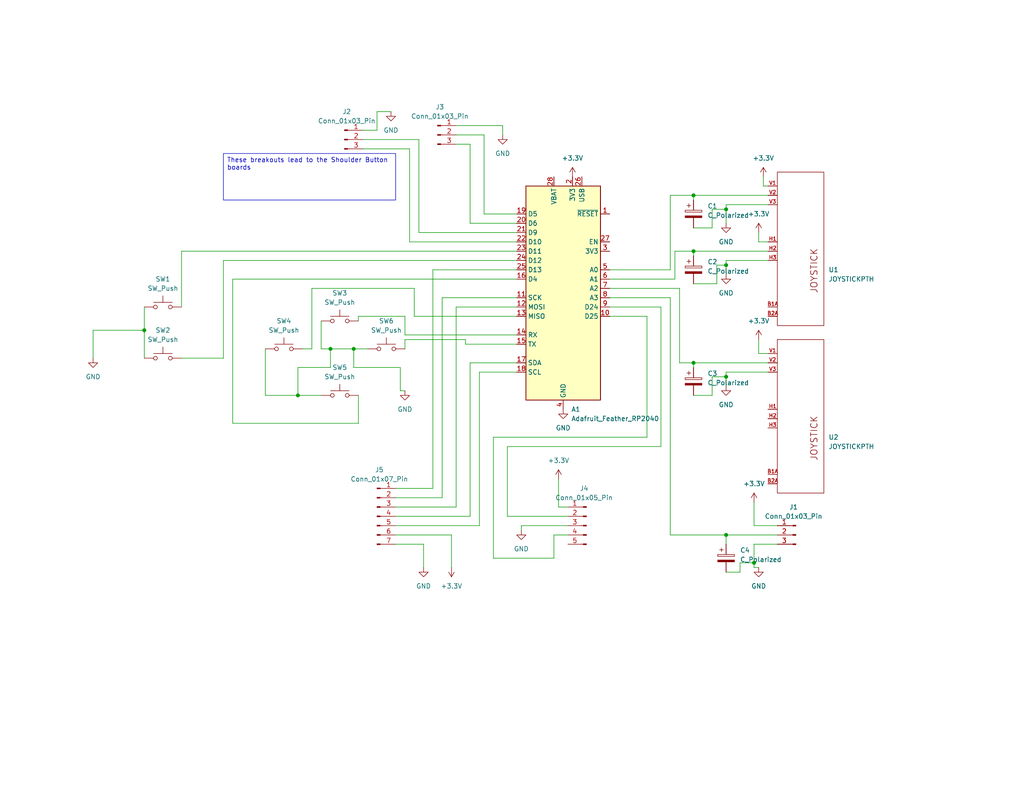
<source format=kicad_sch>
(kicad_sch (version 20230121) (generator eeschema)
  (paper "USLetter")
  (title_block (title "ROV controller") (date "2024-01-08") (rev "2") (company "KSM creations") (comment 1 "V2 of controller with better symbol libarys and onboard joystick"))
  (lib_symbols
    (symbol "Connector:Conn_01x03_Pin" (pin_names (offset 1.016) hide)
      (property "Reference" "J" (at 0 5.08 0))
      (property "Value" "Conn_01x03_Pin" (at 0 -5.08 0))
      (symbol "Conn_01x03_Pin_1_1"
        (polyline (pts (xy 1.27 -2.54) (xy 0.8636 -2.54)) (stroke (width 0.1524)))
        (polyline (pts (xy 1.27 0) (xy 0.8636 0)) (stroke (width 0.1524)))
        (polyline (pts (xy 1.27 2.54) (xy 0.8636 2.54)) (stroke (width 0.1524)))
        (rectangle (start 0.8636 -2.413) (end 0 -2.667) (stroke (width 0.1524)) (fill (type outline)))
        (rectangle (start 0.8636 0.127) (end 0 -0.127) (stroke (width 0.1524)) (fill (type outline)))
        (rectangle (start 0.8636 2.667) (end 0 2.413) (stroke (width 0.1524)) (fill (type outline)))
        (pin passive line (at 5.08 2.54 180) (length 3.81) (name "Pin_1") (number "1"))
        (pin passive line (at 5.08 0 180) (length 3.81) (name "Pin_2") (number "2"))
        (pin passive line (at 5.08 -2.54 180) (length 3.81) (name "Pin_3") (number "3"))
      )
    )
    (symbol "Connector:Conn_01x05_Pin" (pin_names (offset 1.016) hide)
      (property "Reference" "J" (at 0 7.62 0))
      (property "Value" "Conn_01x05_Pin" (at 0 -7.62 0))
      (symbol "Conn_01x05_Pin_1_1"
        (polyline (pts (xy 1.27 -5.08) (xy 0.8636 -5.08)) (stroke (width 0.1524)))
        (polyline (pts (xy 1.27 -2.54) (xy 0.8636 -2.54)) (stroke (width 0.1524)))
        (polyline (pts (xy 1.27 0) (xy 0.8636 0)) (stroke (width 0.1524)))
        (polyline (pts (xy 1.27 2.54) (xy 0.8636 2.54)) (stroke (width 0.1524)))
        (polyline (pts (xy 1.27 5.08) (xy 0.8636 5.08)) (stroke (width 0.1524)))
        (rectangle (start 0.8636 -4.953) (end 0 -5.207) (stroke (width 0.1524)) (fill (type outline)))
        (rectangle (start 0.8636 -2.413) (end 0 -2.667) (stroke (width 0.1524)) (fill (type outline)))
        (rectangle (start 0.8636 0.127) (end 0 -0.127) (stroke (width 0.1524)) (fill (type outline)))
        (rectangle (start 0.8636 2.667) (end 0 2.413) (stroke (width 0.1524)) (fill (type outline)))
        (rectangle (start 0.8636 5.207) (end 0 4.953) (stroke (width 0.1524)) (fill (type outline)))
        (pin passive line (at 5.08 5.08 180) (length 3.81) (name "Pin_1") (number "1"))
        (pin passive line (at 5.08 2.54 180) (length 3.81) (name "Pin_2") (number "2"))
        (pin passive line (at 5.08 0 180) (length 3.81) (name "Pin_3") (number "3"))
        (pin passive line (at 5.08 -2.54 180) (length 3.81) (name "Pin_4") (number "4"))
        (pin passive line (at 5.08 -5.08 180) (length 3.81) (name "Pin_5") (number "5"))
      )
    )
    (symbol "Connector:Conn_01x07_Pin" (pin_names (offset 1.016) hide)
      (property "Reference" "J" (at 0 10.16 0))
      (property "Value" "Conn_01x07_Pin" (at 0 -10.16 0))
      (symbol "Conn_01x07_Pin_1_1"
        (polyline (pts (xy 1.27 -7.62) (xy 0.8636 -7.62)) (stroke (width 0.1524)))
        (polyline (pts (xy 1.27 -5.08) (xy 0.8636 -5.08)) (stroke (width 0.1524)))
        (polyline (pts (xy 1.27 -2.54) (xy 0.8636 -2.54)) (stroke (width 0.1524)))
        (polyline (pts (xy 1.27 0) (xy 0.8636 0)) (stroke (width 0.1524)))
        (polyline (pts (xy 1.27 2.54) (xy 0.8636 2.54)) (stroke (width 0.1524)))
        (polyline (pts (xy 1.27 5.08) (xy 0.8636 5.08)) (stroke (width 0.1524)))
        (polyline (pts (xy 1.27 7.62) (xy 0.8636 7.62)) (stroke (width 0.1524)))
        (rectangle (start 0.8636 -7.493) (end 0 -7.747) (stroke (width 0.1524)) (fill (type outline)))
        (rectangle (start 0.8636 -4.953) (end 0 -5.207) (stroke (width 0.1524)) (fill (type outline)))
        (rectangle (start 0.8636 -2.413) (end 0 -2.667) (stroke (width 0.1524)) (fill (type outline)))
        (rectangle (start 0.8636 0.127) (end 0 -0.127) (stroke (width 0.1524)) (fill (type outline)))
        (rectangle (start 0.8636 2.667) (end 0 2.413) (stroke (width 0.1524)) (fill (type outline)))
        (rectangle (start 0.8636 5.207) (end 0 4.953) (stroke (width 0.1524)) (fill (type outline)))
        (rectangle (start 0.8636 7.747) (end 0 7.493) (stroke (width 0.1524)) (fill (type outline)))
        (pin passive line (at 5.08 7.62 180) (length 3.81) (name "Pin_1") (number "1"))
        (pin passive line (at 5.08 5.08 180) (length 3.81) (name "Pin_2") (number "2"))
        (pin passive line (at 5.08 2.54 180) (length 3.81) (name "Pin_3") (number "3"))
        (pin passive line (at 5.08 0 180) (length 3.81) (name "Pin_4") (number "4"))
        (pin passive line (at 5.08 -2.54 180) (length 3.81) (name "Pin_5") (number "5"))
        (pin passive line (at 5.08 -5.08 180) (length 3.81) (name "Pin_6") (number "6"))
        (pin passive line (at 5.08 -7.62 180) (length 3.81) (name "Pin_7") (number "7"))
      )
    )
    (symbol "Device:C_Polarized" (pin_numbers hide) (pin_names (offset 0.254))
      (property "Reference" "C" (at 0.635 2.54 0))
      (property "Value" "C_Polarized" (at 0.635 -2.54 0))
      (symbol "C_Polarized_0_1"
        (rectangle (start -2.286 0.508) (end 2.286 1.016))
        (polyline (pts (xy -1.778 2.286) (xy -0.762 2.286)))
        (polyline (pts (xy -1.27 2.794) (xy -1.27 1.778)))
        (rectangle (start 2.286 -0.508) (end -2.286 -1.016) (fill (type outline)))
      )
      (symbol "C_Polarized_1_1"
        (pin passive line (at 0 3.81 270) (length 2.794) (name "~") (number "1"))
        (pin passive line (at 0 -3.81 90) (length 2.794) (name "~") (number "2"))
      )
    )
    (symbol "JOYSTICKPTH_1" (pin_names (offset 1.016) hide)
      (property "Reference" "U1" (at 6.35 0 0))
      (property "Value" "JOYSTICKPTH" (at 6.35 -2.54 0))
      (symbol "JOYSTICKPTH_1_1_0"
        (polyline (pts (xy -7.62 -15.24) (xy -7.62 26.67)))
        (polyline (pts (xy -7.62 26.67) (xy 5.08 26.67)))
        (polyline (pts (xy 5.08 -15.24) (xy -7.62 -15.24)))
        (polyline (pts (xy 5.08 26.67) (xy 5.08 -15.24)))
        (text "JOYSTICK" (at 2.413 -0.254 900) (effects (font (size 1.778 1.778))))
      )
      (symbol "JOYSTICKPTH_1_1_1"
        (pin bidirectional line (at -10.16 -10.16 0) (length 2.54) (name "SEL+") (number "B1A"))
        (pin bidirectional line (at -10.16 -12.7 0) (length 2.54) (name "SEL-") (number "B2A"))
        (pin bidirectional line (at -10.16 7.62 0) (length 2.54) (name "H+") (number "H1"))
        (pin bidirectional line (at -10.16 5.08 0) (length 2.54) (name "H") (number "H2"))
        (pin bidirectional line (at -10.16 2.54 0) (length 2.54) (name "H-") (number "H3"))
        (pin bidirectional line (at -10.16 22.86 0) (length 2.54) (name "V+") (number "V1"))
        (pin bidirectional line (at -10.16 20.32 0) (length 2.54) (name "V") (number "V2"))
        (pin bidirectional line (at -10.16 17.78 0) (length 2.54) (name "V-") (number "V3"))
      )
    )
    (symbol "MCU_Module:Adafruit_Feather_Generic"
      (property "Reference" "A1" (at 2.1941 -33.02 0))
      (property "Value" "Adafruit_Feather_RP2040" (at 2.1941 -35.56 0))
      (symbol "Adafruit_Feather_Generic_0_1"
        (rectangle (start -10.16 27.94) (end 10.16 -30.48) (stroke (width 0.254)) (fill (type background)))
      )
      (symbol "Adafruit_Feather_Generic_1_1"
        (pin input line (at 12.7 20.32 180) (length 2.54) (name "~{RESET}") (number "1"))
        (pin bidirectional line (at 12.7 -7.62 180) (length 2.54) (name "D25") (number "10"))
        (pin bidirectional line (at -12.7 -2.54 0) (length 2.54) (name "SCK") (number "11"))
        (pin bidirectional line (at -12.7 -5.08 0) (length 2.54) (name "MOSI") (number "12"))
        (pin bidirectional line (at -12.7 -7.62 0) (length 2.54) (name "MISO") (number "13"))
        (pin bidirectional line (at -12.7 -12.7 0) (length 2.54) (name "RX") (number "14"))
        (pin bidirectional line (at -12.7 -15.24 0) (length 2.54) (name "TX") (number "15"))
        (pin bidirectional line (at -12.7 2.54 0) (length 2.54) (name "D4") (number "16"))
        (pin bidirectional line (at -12.7 -20.32 0) (length 2.54) (name "SDA") (number "17"))
        (pin bidirectional line (at -12.7 -22.86 0) (length 2.54) (name "SCL") (number "18"))
        (pin bidirectional line (at -12.7 20.32 0) (length 2.54) (name "D5") (number "19"))
        (pin power_in line (at 2.54 30.48 270) (length 2.54) (name "3V3") (number "2"))
        (pin bidirectional line (at -12.7 17.78 0) (length 2.54) (name "D6") (number "20"))
        (pin bidirectional line (at -12.7 15.24 0) (length 2.54) (name "D9") (number "21"))
        (pin bidirectional line (at -12.7 12.7 0) (length 2.54) (name "D10") (number "22"))
        (pin bidirectional line (at -12.7 10.16 0) (length 2.54) (name "D11") (number "23"))
        (pin bidirectional line (at -12.7 7.62 0) (length 2.54) (name "D12") (number "24"))
        (pin bidirectional line (at -12.7 5.08 0) (length 2.54) (name "D13") (number "25"))
        (pin power_in line (at 5.08 30.48 270) (length 2.54) (name "USB") (number "26"))
        (pin input line (at 12.7 12.7 180) (length 2.54) (name "EN") (number "27"))
        (pin power_in line (at -2.54 30.48 270) (length 2.54) (name "VBAT") (number "28"))
        (pin power_in line (at 12.7 10.16 180) (length 2.54) (name "3V3") (number "3"))
        (pin power_in line (at 0 -33.02 90) (length 2.54) (name "GND") (number "4"))
        (pin bidirectional line (at 12.7 5.08 180) (length 2.54) (name "A0") (number "5"))
        (pin bidirectional line (at 12.7 2.54 180) (length 2.54) (name "A1") (number "6"))
        (pin bidirectional line (at 12.7 0 180) (length 2.54) (name "A2") (number "7"))
        (pin bidirectional line (at 12.7 -2.54 180) (length 2.54) (name "A3") (number "8"))
        (pin bidirectional line (at 12.7 -5.08 180) (length 2.54) (name "D24") (number "9"))
      )
    )
    (symbol "Switch:SW_Push" (pin_numbers hide) (pin_names (offset 1.016) hide)
      (property "Reference" "SW" (at 1.27 2.54 0))
      (property "Value" "SW_Push" (at 0 -1.524 0))
      (symbol "SW_Push_0_1"
        (circle (center -2.032 0) (radius 0.508))
        (polyline (pts (xy 0 1.27) (xy 0 3.048)))
        (polyline (pts (xy 2.54 1.27) (xy -2.54 1.27)))
        (circle (center 2.032 0) (radius 0.508))
        (pin passive line (at -5.08 0 0) (length 2.54) (name "1") (number "1"))
        (pin passive line (at 5.08 0 180) (length 2.54) (name "2") (number "2"))
      )
    )
    (symbol "power:+3.3V" (power) (pin_names (offset 0))
      (property "Value" "+3.3V" (at 0 3.556 0))
      (symbol "+3.3V_0_1"
        (polyline (pts (xy -0.762 1.27) (xy 0 2.54)))
        (polyline (pts (xy 0 0) (xy 0 2.54)))
        (polyline (pts (xy 0 2.54) (xy 0.762 1.27)))
      )
      (symbol "+3.3V_1_1"
        (pin power_in line (at 0 0 90) (length 0) hide (name "+3.3V") (number "1"))
      )
    )
    (symbol "power:GND" (power) (pin_names (offset 0))
      (property "Value" "GND" (at 0 -3.81 0))
      (symbol "GND_0_1"
        (polyline (pts (xy 0 0) (xy 0 -1.27) (xy 1.27 -1.27) (xy 0 -2.54) (xy -1.27 -1.27) (xy 0 -1.27)))
      )
      (symbol "GND_1_1"
        (pin power_in line (at 0 0 270) (length 0) hide (name "GND") (number "1"))
      )
    )
  )
  (junction (at 198.12 102.87))
  (junction (at 96.52 95.25))
  (junction (at 205.74 153.67))
  (junction (at 189.23 99.06))
  (junction (at 198.12 72.39))
  (junction (at 198.12 57.15))
  (junction (at 39.37 90.17))
  (junction (at 81.28 107.95))
  (junction (at 189.23 53.34))
  (junction (at 90.17 95.25))
  (junction (at 198.12 146.05))
  (junction (at 189.23 68.58))
  (wire (pts (xy 96.52 95.25) (xy 96.52 100.33)))
  (wire (pts (xy 205.74 153.67) (xy 205.74 154.94)))
  (wire (pts (xy 102.87 30.48) (xy 106.68 30.48)))
  (wire (pts (xy 176.53 119.38) (xy 176.53 86.36)))
  (wire (pts (xy 166.37 76.2) (xy 184.15 76.2)))
  (wire (pts (xy 205.74 154.94) (xy 207.01 154.94)))
  (wire (pts (xy 198.12 156.21) (xy 201.93 156.21)))
  (wire (pts (xy 194.31 57.15) (xy 198.12 57.15)))
  (wire (pts (xy 189.23 53.34) (xy 189.23 54.61)))
  (wire (pts (xy 113.03 78.74) (xy 113.03 86.36)))
  (wire (pts (xy 195.58 77.47) (xy 195.58 72.39)))
  (wire (pts (xy 180.34 121.92) (xy 180.34 83.82)))
  (wire (pts (xy 207.01 63.5) (xy 207.01 66.04)))
  (wire (pts (xy 124.46 83.82) (xy 124.46 138.43)))
  (wire (pts (xy 120.65 135.89) (xy 107.95 135.89)))
  (wire (pts (xy 142.24 143.51) (xy 142.24 144.78)))
  (wire (pts (xy 111.76 40.64) (xy 111.76 66.04)))
  (wire (pts (xy 176.53 86.36) (xy 166.37 86.36)))
  (wire (pts (xy 140.97 73.66) (xy 118.11 73.66)))
  (wire (pts (xy 134.62 119.38) (xy 134.62 152.4)))
  (wire (pts (xy 132.08 58.42) (xy 140.97 58.42)))
  (wire (pts (xy 60.96 71.12) (xy 60.96 97.79)))
  (wire (pts (xy 182.88 53.34) (xy 189.23 53.34)))
  (wire (pts (xy 152.4 138.43) (xy 152.4 130.81)))
  (wire (pts (xy 209.55 71.12) (xy 198.12 71.12)))
  (wire (pts (xy 185.42 99.06) (xy 185.42 78.74)))
  (wire (pts (xy 198.12 55.88) (xy 198.12 57.15)))
  (wire (pts (xy 107.95 133.35) (xy 118.11 133.35)))
  (wire (pts (xy 198.12 102.87) (xy 198.12 105.41)))
  (wire (pts (xy 182.88 53.34) (xy 182.88 73.66)))
  (wire (pts (xy 194.31 107.95) (xy 194.31 102.87)))
  (wire (pts (xy 132.08 36.83) (xy 124.46 36.83)))
  (wire (pts (xy 138.43 121.92) (xy 180.34 121.92)))
  (wire (pts (xy 49.53 68.58) (xy 140.97 68.58)))
  (wire (pts (xy 132.08 36.83) (xy 132.08 58.42)))
  (wire (pts (xy 154.94 143.51) (xy 142.24 143.51)))
  (wire (pts (xy 81.28 107.95) (xy 81.28 100.33)))
  (wire (pts (xy 198.12 146.05) (xy 182.88 146.05)))
  (wire (pts (xy 194.31 62.23) (xy 194.31 57.15)))
  (wire (pts (xy 198.12 101.6) (xy 198.12 102.87)))
  (wire (pts (xy 140.97 71.12) (xy 60.96 71.12)))
  (wire (pts (xy 189.23 68.58) (xy 189.23 69.85)))
  (wire (pts (xy 85.09 95.25) (xy 82.55 95.25)))
  (wire (pts (xy 128.27 60.96) (xy 140.97 60.96)))
  (wire (pts (xy 189.23 77.47) (xy 195.58 77.47)))
  (wire (pts (xy 85.09 78.74) (xy 85.09 95.25)))
  (wire (pts (xy 49.53 68.58) (xy 49.53 83.82)))
  (wire (pts (xy 114.3 38.1) (xy 99.06 38.1)))
  (wire (pts (xy 198.12 71.12) (xy 198.12 72.39)))
  (wire (pts (xy 189.23 99.06) (xy 185.42 99.06)))
  (wire (pts (xy 110.49 92.71) (xy 110.49 95.25)))
  (wire (pts (xy 107.95 148.59) (xy 115.57 148.59)))
  (wire (pts (xy 207.01 96.52) (xy 209.55 96.52)))
  (wire (pts (xy 212.09 146.05) (xy 198.12 146.05)))
  (wire (pts (xy 130.81 143.51) (xy 107.95 143.51)))
  (wire (pts (xy 208.28 48.26) (xy 208.28 50.8)))
  (wire (pts (xy 130.81 101.6) (xy 130.81 143.51)))
  (wire (pts (xy 184.15 68.58) (xy 189.23 68.58)))
  (wire (pts (xy 127 93.98) (xy 127 92.71)))
  (wire (pts (xy 195.58 72.39) (xy 198.12 72.39)))
  (wire (pts (xy 201.93 156.21) (xy 201.93 153.67)))
  (wire (pts (xy 111.76 40.64) (xy 99.06 40.64)))
  (wire (pts (xy 198.12 146.05) (xy 198.12 148.59)))
  (wire (pts (xy 128.27 99.06) (xy 128.27 140.97)))
  (wire (pts (xy 124.46 138.43) (xy 107.95 138.43)))
  (wire (pts (xy 25.4 90.17) (xy 25.4 97.79)))
  (wire (pts (xy 128.27 140.97) (xy 107.95 140.97)))
  (wire (pts (xy 81.28 107.95) (xy 87.63 107.95)))
  (wire (pts (xy 90.17 100.33) (xy 90.17 95.25)))
  (wire (pts (xy 212.09 148.59) (xy 205.74 148.59)))
  (wire (pts (xy 72.39 95.25) (xy 72.39 107.95)))
  (wire (pts (xy 205.74 137.16) (xy 205.74 143.51)))
  (wire (pts (xy 209.55 55.88) (xy 198.12 55.88)))
  (wire (pts (xy 118.11 73.66) (xy 118.11 133.35)))
  (wire (pts (xy 128.27 39.37) (xy 128.27 60.96)))
  (wire (pts (xy 134.62 119.38) (xy 176.53 119.38)))
  (wire (pts (xy 97.79 115.57) (xy 63.5 115.57)))
  (wire (pts (xy 198.12 72.39) (xy 198.12 74.93)))
  (wire (pts (xy 182.88 73.66) (xy 166.37 73.66)))
  (wire (pts (xy 39.37 90.17) (xy 25.4 90.17)))
  (wire (pts (xy 189.23 68.58) (xy 209.55 68.58)))
  (wire (pts (xy 189.23 62.23) (xy 194.31 62.23)))
  (wire (pts (xy 49.53 97.79) (xy 60.96 97.79)))
  (wire (pts (xy 207.01 92.71) (xy 207.01 96.52)))
  (wire (pts (xy 189.23 107.95) (xy 194.31 107.95)))
  (wire (pts (xy 102.87 35.56) (xy 102.87 30.48)))
  (wire (pts (xy 124.46 34.29) (xy 137.16 34.29)))
  (wire (pts (xy 87.63 95.25) (xy 90.17 95.25)))
  (wire (pts (xy 151.13 152.4) (xy 151.13 146.05)))
  (wire (pts (xy 140.97 99.06) (xy 128.27 99.06)))
  (wire (pts (xy 111.76 66.04) (xy 140.97 66.04)))
  (wire (pts (xy 96.52 100.33) (xy 109.22 100.33)))
  (wire (pts (xy 166.37 81.28) (xy 182.88 81.28)))
  (wire (pts (xy 207.01 66.04) (xy 209.55 66.04)))
  (wire (pts (xy 151.13 146.05) (xy 154.94 146.05)))
  (wire (pts (xy 140.97 101.6) (xy 130.81 101.6)))
  (wire (pts (xy 208.28 50.8) (xy 209.55 50.8)))
  (wire (pts (xy 97.79 86.36) (xy 97.79 87.63)))
  (wire (pts (xy 63.5 115.57) (xy 63.5 76.2)))
  (wire (pts (xy 205.74 148.59) (xy 205.74 153.67)))
  (wire (pts (xy 140.97 86.36) (xy 113.03 86.36)))
  (wire (pts (xy 81.28 100.33) (xy 90.17 100.33)))
  (wire (pts (xy 90.17 95.25) (xy 96.52 95.25)))
  (wire (pts (xy 184.15 76.2) (xy 184.15 68.58)))
  (wire (pts (xy 97.79 86.36) (xy 110.49 86.36)))
  (wire (pts (xy 180.34 83.82) (xy 166.37 83.82)))
  (wire (pts (xy 39.37 90.17) (xy 39.37 97.79)))
  (wire (pts (xy 134.62 152.4) (xy 151.13 152.4)))
  (wire (pts (xy 209.55 101.6) (xy 198.12 101.6)))
  (wire (pts (xy 189.23 53.34) (xy 209.55 53.34)))
  (wire (pts (xy 189.23 99.06) (xy 189.23 100.33)))
  (wire (pts (xy 140.97 81.28) (xy 120.65 81.28)))
  (wire (pts (xy 110.49 91.44) (xy 140.97 91.44)))
  (wire (pts (xy 109.22 100.33) (xy 109.22 106.68)))
  (wire (pts (xy 39.37 83.82) (xy 39.37 90.17)))
  (wire (pts (xy 140.97 93.98) (xy 127 93.98)))
  (wire (pts (xy 209.55 99.06) (xy 189.23 99.06)))
  (wire (pts (xy 137.16 34.29) (xy 137.16 36.83)))
  (wire (pts (xy 138.43 140.97) (xy 138.43 121.92)))
  (wire (pts (xy 107.95 146.05) (xy 123.19 146.05)))
  (wire (pts (xy 120.65 81.28) (xy 120.65 135.89)))
  (wire (pts (xy 99.06 35.56) (xy 102.87 35.56)))
  (wire (pts (xy 154.94 138.43) (xy 152.4 138.43)))
  (wire (pts (xy 97.79 107.95) (xy 97.79 115.57)))
  (wire (pts (xy 194.31 102.87) (xy 198.12 102.87)))
  (wire (pts (xy 115.57 148.59) (xy 115.57 154.94)))
  (wire (pts (xy 182.88 81.28) (xy 182.88 146.05)))
  (wire (pts (xy 212.09 143.51) (xy 205.74 143.51)))
  (wire (pts (xy 114.3 63.5) (xy 140.97 63.5)))
  (wire (pts (xy 154.94 140.97) (xy 138.43 140.97)))
  (wire (pts (xy 72.39 107.95) (xy 81.28 107.95)))
  (wire (pts (xy 110.49 91.44) (xy 110.49 86.36)))
  (wire (pts (xy 201.93 153.67) (xy 205.74 153.67)))
  (wire (pts (xy 87.63 87.63) (xy 87.63 95.25)))
  (wire (pts (xy 96.52 95.25) (xy 100.33 95.25)))
  (wire (pts (xy 198.12 57.15) (xy 198.12 60.96)))
  (wire (pts (xy 114.3 38.1) (xy 114.3 63.5)))
  (wire (pts (xy 140.97 83.82) (xy 124.46 83.82)))
  (wire (pts (xy 123.19 146.05) (xy 123.19 154.94)))
  (wire (pts (xy 109.22 106.68) (xy 110.49 106.68)))
  (wire (pts (xy 63.5 76.2) (xy 140.97 76.2)))
  (wire (pts (xy 113.03 78.74) (xy 85.09 78.74)))
  (wire (pts (xy 110.49 92.71) (xy 127 92.71)))
  (wire (pts (xy 185.42 78.74) (xy 166.37 78.74)))
  (wire (pts (xy 124.46 39.37) (xy 128.27 39.37)))
  (text_box "These breakouts lead to the Shoulder Button boards" (at 60.96 41.91 0) (size 46.99 12.7) (effects (font (size 1.27 1.27)) (justify left top)))
  (symbol (lib_id "power:GND") (at 198.12 74.93 0) (unit 1)
    (property "Reference" "#PWR011" (effects hide))
    (property "Value" "GND" (at 198.12 80.01 0))
  )
  (symbol (lib_id "Connector:Conn_01x05_Pin") (at 160.02 143.51 0) (mirror y) (unit 1)
    (property "Reference" "J4" (at 159.385 133.35 0))
    (property "Value" "Conn_01x05_Pin" (at 159.385 135.89 0))
    (property "Footprint" "Connector_PinHeader_2.54mm:PinHeader_1x05_P2.54mm_Horizontal" (effects hide))
  )
  (symbol (lib_id "Connector:Conn_01x03_Pin") (at 119.38 36.83 0) (unit 1)
    (property "Reference" "J3" (at 120.015 29.21 0))
    (property "Value" "Conn_01x03_Pin" (at 120.015 31.75 0))
    (property "Footprint" "Connector_PinHeader_2.54mm:PinHeader_1x03_P2.54mm_Vertical" (effects hide))
  )
  (symbol (lib_id "Switch:SW_Push") (at 92.71 87.63 0) (unit 1)
    (property "Reference" "SW3" (at 92.71 80.01 0))
    (property "Value" "SW_Push" (at 92.71 82.55 0))
    (property "Footprint" "Button_Switch_THT:SW_PUSH_6mm_H5mm" (effects hide))
  )
  (symbol (lib_id "Device:C_Polarized") (at 189.23 58.42 0) (unit 1)
    (property "Reference" "C1" (at 193.04 56.261 0) (effects (justify left)))
    (property "Value" "C_Polarized" (at 193.04 58.801 0) (effects (justify left)))
    (property "Footprint" "Capacitor_THT:CP_Radial_D5.0mm_P2.00mm" (effects hide))
  )
  (symbol (lib_id "power:+3.3V") (at 156.21 48.26 0) (unit 1)
    (property "Reference" "#PWR01" (effects hide))
    (property "Value" "+3.3V" (at 156.21 43.18 0))
  )
  (symbol (lib_id "power:GND") (at 207.01 154.94 0) (unit 1)
    (property "Reference" "#PWR06" (effects hide))
    (property "Value" "GND" (at 207.01 160.02 0))
  )
  (symbol (lib_id "power:+3.3V") (at 207.01 63.5 0) (unit 1)
    (property "Reference" "#PWR05" (effects hide))
    (property "Value" "+3.3V" (at 207.01 58.42 0))
  )
  (symbol (lib_id "power:GND") (at 198.12 105.41 0) (unit 1)
    (property "Reference" "#PWR012" (effects hide))
    (property "Value" "GND" (at 198.12 110.49 0))
  )
  (symbol (lib_id "Device:C_Polarized") (at 198.12 152.4 0) (unit 1)
    (property "Reference" "C4" (at 201.93 150.241 0) (effects (justify left)))
    (property "Value" "C_Polarized" (at 201.93 152.781 0) (effects (justify left)))
    (property "Footprint" "Capacitor_THT:CP_Radial_D5.0mm_P2.00mm" (effects hide))
  )
  (symbol (lib_id "power:GND") (at 106.68 30.48 0) (unit 1)
    (property "Reference" "#PWR016" (effects hide))
    (property "Value" "GND" (at 106.68 35.56 0))
  )
  (symbol (lib_id "power:+3.3V") (at 208.28 48.26 0) (unit 1)
    (property "Reference" "#PWR04" (effects hide))
    (property "Value" "+3.3V" (at 208.28 43.18 0))
  )
  (symbol (lib_id "power:GND") (at 110.49 106.68 0) (unit 1)
    (property "Reference" "#PWR08" (effects hide))
    (property "Value" "GND" (at 110.49 111.76 0))
  )
  (symbol (lib_id "Switch:SW_Push") (at 92.71 107.95 0) (unit 1)
    (property "Reference" "SW5" (at 92.71 100.33 0))
    (property "Value" "SW_Push" (at 92.71 102.87 0))
    (property "Footprint" "Button_Switch_THT:SW_PUSH_6mm_H5mm" (effects hide))
  )
  (symbol (lib_name "JOYSTICKPTH_1") (lib_id "SparkFun-Electromechanical:JOYSTICKPTH") (at 219.71 119.38 0) (unit 1)
    (property "Reference" "U2" (at 226.06 119.38 0) (effects (justify left)))
    (property "Value" "JOYSTICKPTH" (at 226.06 121.92 0) (effects (justify left)))
    (property "Footprint" "joystick:XDCR_COM-09032" (effects hide))
  )
  (symbol (lib_id "Connector:Conn_01x03_Pin") (at 93.98 38.1 0) (unit 1)
    (property "Reference" "J2" (at 94.615 30.48 0))
    (property "Value" "Conn_01x03_Pin" (at 94.615 33.02 0))
    (property "Footprint" "Connector_PinHeader_2.54mm:PinHeader_1x03_P2.54mm_Vertical" (effects hide))
  )
  (symbol (lib_id "MCU_Module:Adafruit_Feather_Generic") (at 153.67 78.74 0) (unit 1)
    (property "Reference" "A1" (at 155.8641 111.76 0) (effects (justify left)))
    (property "Value" "Adafruit_Feather_RP2040" (at 155.8641 114.3 0) (effects (justify left)))
    (property "Footprint" "Module:Adafruit_Feather" (effects hide))
  )
  (symbol (lib_id "power:GND") (at 115.57 154.94 0) (unit 1)
    (property "Reference" "#PWR017" (effects hide))
    (property "Value" "GND" (at 115.57 160.02 0))
  )
  (symbol (lib_id "Switch:SW_Push") (at 44.45 83.82 0) (unit 1)
    (property "Reference" "SW1" (at 44.45 76.2 0))
    (property "Value" "SW_Push" (at 44.45 78.74 0))
    (property "Footprint" "Button_Switch_THT:SW_PUSH_6mm_H5mm" (effects hide))
  )
  (symbol (lib_id "Switch:SW_Push") (at 77.47 95.25 0) (unit 1)
    (property "Reference" "SW4" (at 77.47 87.63 0))
    (property "Value" "SW_Push" (at 77.47 90.17 0))
    (property "Footprint" "Button_Switch_THT:SW_PUSH_6mm_H5mm" (effects hide))
  )
  (symbol (lib_id "power:+3.3V") (at 152.4 130.81 0) (unit 1)
    (property "Reference" "#PWR014" (effects hide))
    (property "Value" "+3.3V" (at 152.4 125.73 0))
  )
  (symbol (lib_id "power:GND") (at 142.24 144.78 0) (unit 1)
    (property "Reference" "#PWR013" (effects hide))
    (property "Value" "GND" (at 142.24 149.86 0))
  )
  (symbol (lib_name "JOYSTICKPTH_1") (lib_id "SparkFun-Electromechanical:JOYSTICKPTH") (at 219.71 73.66 0) (unit 1)
    (property "Reference" "U1" (at 226.06 73.66 0) (effects (justify left)))
    (property "Value" "JOYSTICKPTH" (at 226.06 76.2 0) (effects (justify left)))
    (property "Footprint" "joystick:XDCR_COM-09032" (effects hide))
  )
  (symbol (lib_id "power:GND") (at 153.67 111.76 0) (unit 1)
    (property "Reference" "#PWR02" (effects hide))
    (property "Value" "GND" (at 153.67 116.84 0))
  )
  (symbol (lib_id "power:GND") (at 25.4 97.79 0) (unit 1)
    (property "Reference" "#PWR010" (effects hide))
    (property "Value" "GND" (at 25.4 102.87 0))
  )
  (symbol (lib_id "Connector:Conn_01x03_Pin") (at 217.17 146.05 0) (mirror y) (unit 1)
    (property "Reference" "J1" (at 216.535 138.43 0))
    (property "Value" "Conn_01x03_Pin" (at 216.535 140.97 0))
    (property "Footprint" "Connector_PinHeader_2.54mm:PinHeader_1x03_P2.54mm_Vertical" (effects hide))
  )
  (symbol (lib_id "power:GND") (at 137.16 36.83 0) (unit 1)
    (property "Reference" "#PWR015" (effects hide))
    (property "Value" "GND" (at 137.16 41.91 0))
  )
  (symbol (lib_id "Device:C_Polarized") (at 189.23 104.14 0) (unit 1)
    (property "Reference" "C3" (at 193.04 101.981 0) (effects (justify left)))
    (property "Value" "C_Polarized" (at 193.04 104.521 0) (effects (justify left)))
    (property "Footprint" "Capacitor_THT:CP_Radial_D5.0mm_P2.00mm" (effects hide))
  )
  (symbol (lib_id "power:+3.3V") (at 205.74 137.16 0) (unit 1)
    (property "Reference" "#PWR07" (effects hide))
    (property "Value" "+3.3V" (at 205.74 132.08 0))
  )
  (symbol (lib_id "Connector:Conn_01x07_Pin") (at 102.87 140.97 0) (unit 1)
    (property "Reference" "J5" (at 103.505 128.27 0))
    (property "Value" "Conn_01x07_Pin" (at 103.505 130.81 0))
    (property "Footprint" "Connector_PinHeader_2.54mm:PinHeader_1x07_P2.54mm_Horizontal" (effects hide))
  )
  (symbol (lib_id "Switch:SW_Push") (at 105.41 95.25 0) (unit 1)
    (property "Reference" "SW6" (at 105.41 87.63 0))
    (property "Value" "SW_Push" (at 105.41 90.17 0))
    (property "Footprint" "Button_Switch_THT:SW_PUSH_6mm_H5mm" (effects hide))
  )
  (symbol (lib_id "power:+3.3V") (at 207.01 92.71 0) (unit 1)
    (property "Reference" "#PWR09" (effects hide))
    (property "Value" "+3.3V" (at 207.01 87.63 0))
  )
  (symbol (lib_id "power:+3.3V") (at 123.19 154.94 0) (mirror x) (unit 1)
    (property "Reference" "#PWR018" (effects hide))
    (property "Value" "+3.3V" (at 123.19 160.02 0))
  )
  (symbol (lib_id "power:GND") (at 198.12 60.96 0) (unit 1)
    (property "Reference" "#PWR03" (effects hide))
    (property "Value" "GND" (at 198.12 66.04 0))
  )
  (symbol (lib_id "Device:C_Polarized") (at 189.23 73.66 0) (unit 1)
    (property "Reference" "C2" (at 193.04 71.501 0) (effects (justify left)))
    (property "Value" "C_Polarized" (at 193.04 74.041 0) (effects (justify left)))
    (property "Footprint" "Capacitor_THT:CP_Radial_D5.0mm_P2.00mm" (effects hide))
  )
  (symbol (lib_id "Switch:SW_Push") (at 44.45 97.79 0) (unit 1)
    (property "Reference" "SW2" (at 44.45 90.17 0))
    (property "Value" "SW_Push" (at 44.45 92.71 0))
    (property "Footprint" "Button_Switch_THT:SW_PUSH_6mm_H5mm" (effects hide))
  )
)
</source>
